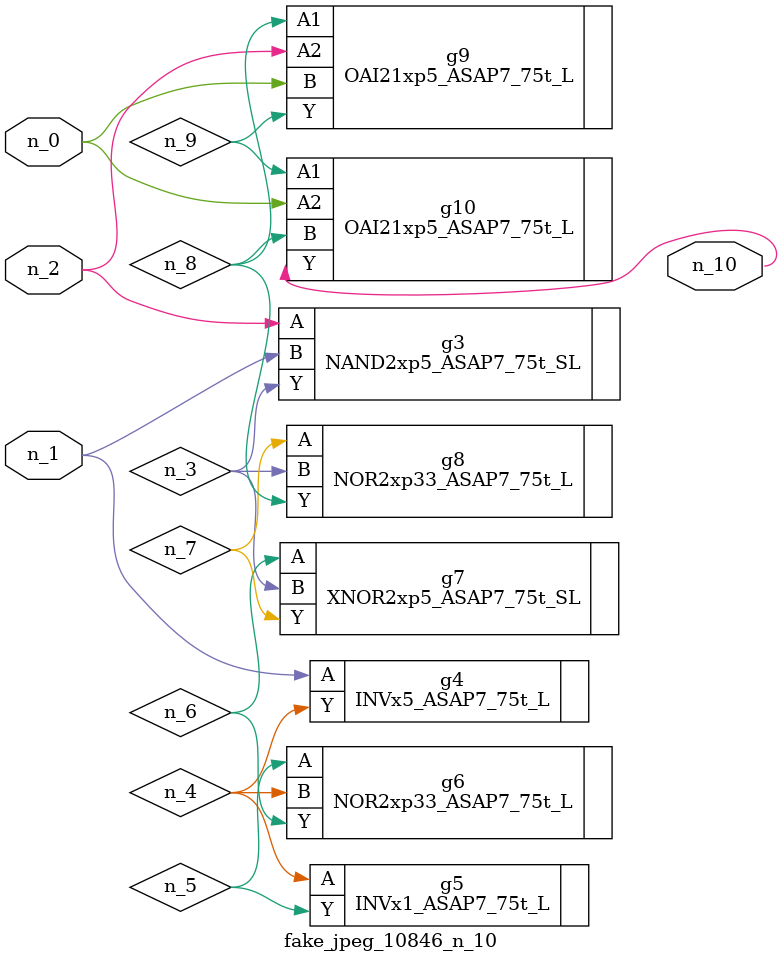
<source format=v>
module fake_jpeg_10846_n_10 (n_0, n_2, n_1, n_10);

input n_0;
input n_2;
input n_1;

output n_10;

wire n_3;
wire n_4;
wire n_8;
wire n_9;
wire n_6;
wire n_5;
wire n_7;

NAND2xp5_ASAP7_75t_SL g3 ( 
.A(n_2),
.B(n_1),
.Y(n_3)
);

INVx5_ASAP7_75t_L g4 ( 
.A(n_1),
.Y(n_4)
);

INVx1_ASAP7_75t_L g5 ( 
.A(n_4),
.Y(n_5)
);

NOR2xp33_ASAP7_75t_L g6 ( 
.A(n_5),
.B(n_4),
.Y(n_6)
);

XNOR2xp5_ASAP7_75t_SL g7 ( 
.A(n_6),
.B(n_3),
.Y(n_7)
);

NOR2xp33_ASAP7_75t_L g8 ( 
.A(n_7),
.B(n_3),
.Y(n_8)
);

OAI21xp5_ASAP7_75t_L g9 ( 
.A1(n_8),
.A2(n_2),
.B(n_0),
.Y(n_9)
);

OAI21xp5_ASAP7_75t_L g10 ( 
.A1(n_9),
.A2(n_0),
.B(n_8),
.Y(n_10)
);


endmodule
</source>
